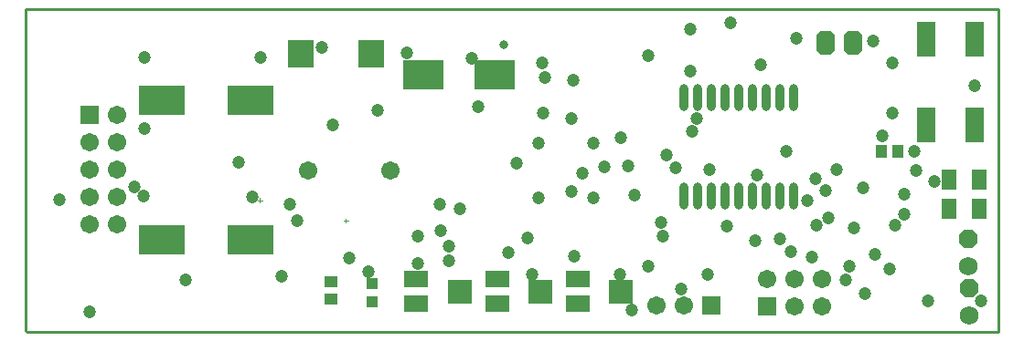
<source format=gts>
%FSTAX23Y23*%
%MOIN*%
%SFA1B1*%

%IPPOS*%
%AMD85*
4,1,8,-0.034000,-0.014100,-0.014100,-0.034000,0.014100,-0.034000,0.034000,-0.014100,0.034000,0.014100,0.014100,0.034000,-0.014100,0.034000,-0.034000,0.014100,-0.034000,-0.014100,0.0*
%
%AMD88*
4,1,8,0.034000,-0.027000,0.034000,0.027000,0.017000,0.044000,-0.017000,0.044000,-0.034000,0.027000,-0.034000,-0.027000,-0.017000,-0.044000,0.017000,-0.044000,0.034000,-0.027000,0.0*
%
%ADD16R,0.039400X0.039400*%
%ADD22C,0.010000*%
%ADD27C,0.003900*%
%ADD72R,0.055200X0.073000*%
%ADD73R,0.067100X0.126100*%
%ADD74O,0.031600X0.098600*%
%ADD75R,0.047400X0.043400*%
%ADD76R,0.043400X0.047400*%
%ADD77R,0.086700X0.059200*%
%ADD78R,0.086700X0.086700*%
%ADD79R,0.098000X0.102500*%
%ADD80R,0.145800X0.106400*%
%ADD81R,0.165500X0.106400*%
%ADD82C,0.047400*%
%ADD83C,0.067100*%
%ADD84C,0.068000*%
G04~CAMADD=85~4~0.0~0.0~680.0~680.0~0.0~199.2~0~0.0~0.0~0.0~0.0~0~0.0~0.0~0.0~0.0~0~0.0~0.0~0.0~135.0~680.0~680.0*
%ADD85D85*%
%ADD86R,0.067100X0.067100*%
%ADD87R,0.067100X0.067100*%
G04~CAMADD=88~4~0.0~0.0~880.0~680.0~0.0~170.0~0~0.0~0.0~0.0~0.0~0~0.0~0.0~0.0~0.0~0~0.0~0.0~0.0~270.0~680.0~880.0*
%ADD88D88*%
%ADD89C,0.031600*%
%LNuzcar-1*%
%LPD*%
G54D16*
X03563Y02408D03*
Y02341D03*
G54D22*
X02301Y02234D02*
Y03411D01*
X02304Y02232D02*
X05847D01*
X02301Y03411D02*
X05846D01*
Y02234D02*
Y03411D01*
G54D27*
X0346Y02636D02*
X03476D01*
X03468Y02629D02*
Y02644D01*
X03155Y02704D02*
Y02719D01*
X03148Y02712D02*
X03163D01*
G54D72*
X05777Y02786D03*
X05667D03*
X05778Y02682D03*
X05668D03*
G54D73*
X0576Y02987D03*
Y03302D03*
X05583D03*
Y02987D03*
G54D74*
X04699Y02728D03*
X04749D03*
X04799D03*
X04849D03*
X04899D03*
X04949D03*
X04999D03*
X05049D03*
X05099D03*
X04699Y03087D03*
X04749D03*
X04799D03*
X04849D03*
X04899D03*
X04949D03*
X04999D03*
X05049D03*
X05099D03*
G54D75*
X03413Y0235D03*
Y02413D03*
G54D76*
X05482Y0289D03*
X05419D03*
G54D77*
X04313Y02424D03*
Y02333D03*
X04019Y02424D03*
Y02333D03*
X03725Y02424D03*
Y02333D03*
G54D78*
X0447Y02378D03*
X04177D03*
X03883D03*
G54D79*
X0356Y03248D03*
X03304D03*
G54D80*
X0375Y03172D03*
X0401D03*
G54D81*
X02798Y02567D03*
X0312D03*
X02798Y03077D03*
X0312D03*
G54D82*
X04171Y02922D03*
X04371D03*
Y0272D03*
X04171D03*
X03156Y03235D03*
X03289Y02636D03*
X02883Y02419D03*
X04967Y02803D03*
X03076Y02851D03*
X04148Y02441D03*
X0554Y0289D03*
X05613Y02782D03*
X05292Y02421D03*
X05362Y02371D03*
X05451Y0246D03*
X02732Y02727D03*
X03126Y02725D03*
X05589Y02343D03*
X05784D03*
X04872Y03362D03*
X0505Y02569D03*
X04059Y0252D03*
X03843Y02492D03*
X0518Y02792D03*
X05216Y02747D03*
X05304Y0247D03*
X03689Y0325D03*
X05256Y02824D03*
X04638Y02878D03*
X05228Y02646D03*
X05462Y0303D03*
X0576Y0313D03*
X0429Y0301D03*
X03585Y0304D03*
X03729Y0248D03*
Y02581D03*
X03813Y02601D03*
X03264Y02698D03*
X0433Y02811D03*
X04961Y02563D03*
X04672Y02829D03*
X0342Y02988D03*
X04725Y03337D03*
Y03183D03*
X05391Y03293D03*
X05092Y02525D03*
X05397Y02514D03*
X05152Y02709D03*
X05183Y02619D03*
X04856Y02618D03*
X0547Y02619D03*
X05109Y03304D03*
X05425Y02948D03*
X04795Y02823D03*
X05074Y02892D03*
X04193Y0316D03*
X04187Y03029D03*
X0532Y02612D03*
X05505Y02659D03*
X05548Y02819D03*
X04981Y03206D03*
X04298Y03151D03*
X02534Y02305D03*
X04466Y02441D03*
X03844Y02545D03*
X03482Y02501D03*
X05167Y02504D03*
X0441Y02833D03*
X04747Y03012D03*
X03809Y02696D03*
X0413Y02574D03*
X0338Y03272D03*
X02698Y0276D03*
X04292Y02743D03*
X0451Y02309D03*
X0457Y0247D03*
X04472Y02939D03*
X0409Y02847D03*
X04299Y02506D03*
X04691Y02386D03*
X0457Y03242D03*
X05355Y02757D03*
X04625Y0258D03*
X0452Y0273D03*
X05505Y02734D03*
X03952Y03055D03*
X05462Y03214D03*
X02424Y02715D03*
X03884Y02679D03*
X02733Y02975D03*
X04732Y02963D03*
X04498Y02837D03*
X04616Y02629D03*
X04786Y02441D03*
X02733Y03235D03*
X03926Y03231D03*
X04184Y03213D03*
X0355Y02452D03*
X03233Y02434D03*
G54D83*
X03332Y0282D03*
X03631D03*
X05203Y02423D03*
X05103D03*
X05003D03*
X05203Y02323D03*
X05103D03*
X046Y02326D03*
X047D03*
X02633Y03023D03*
X02533Y02923D03*
X02633D03*
X02533Y02823D03*
X02633D03*
X02533Y02723D03*
X02633D03*
X02533Y02623D03*
X02633D03*
G54D84*
X05739Y02292D03*
X05738Y02472D03*
G54D85*
X05739Y02392D03*
X05738Y02572D03*
G54D86*
X05003Y02323D03*
X048Y02326D03*
G54D87*
X02533Y03023D03*
G54D88*
X05217Y03287D03*
X05317D03*
G54D89*
X04045Y03282D03*
M02*
</source>
